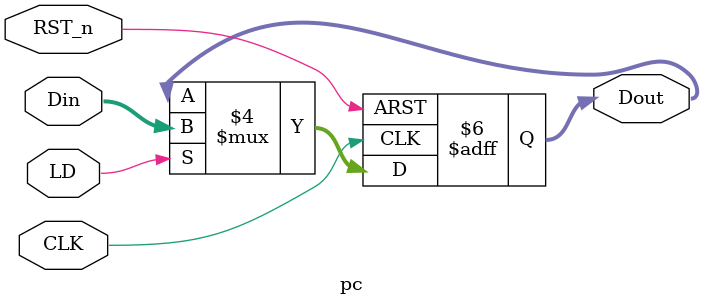
<source format=v>
module pc(Dout, RST_n , CLK, Din, LD);
 
 
   output [31:0] Dout;
   input [31:0] Din;
   input RST_n , CLK, LD;
     
	 
	 
   reg [31:0] Dout;
   
   
   always @(posedge CLK or negedge RST_n)
   begin 
     if(!RST_n)
	 Dout <= 32'b0;
	 else if (LD)
	 Dout <= Din;
	 else 
	 Dout <= Dout;
	end

endmodule 
</source>
